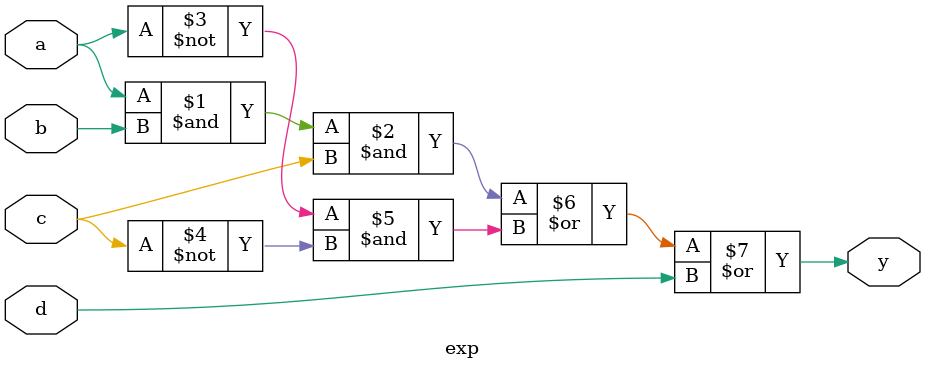
<source format=v>
module exp(
input a,b,c,d,
output y);     // (ABC+A'C'+D)

assign y = (a&b&c)|((~a)&(~c))|d;
endmodule


</source>
